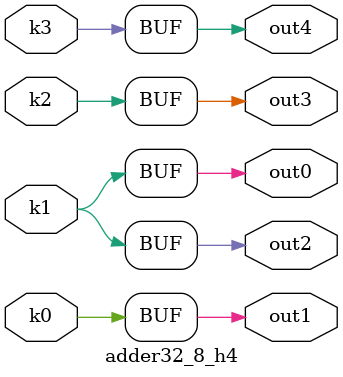
<source format=v>
module adder32_8(pi00, pi01, pi02, pi03, pi04, pi05, pi06, pi07, pi08, pi09, po0, po1, po2, po3, po4);
input pi00, pi01, pi02, pi03, pi04, pi05, pi06, pi07, pi08, pi09;
output po0, po1, po2, po3, po4;
wire k0, k1, k2, k3;
adder32_8_w4 DUT1 (pi00, pi01, pi02, pi03, pi04, pi05, pi06, pi07, pi08, pi09, k0, k1, k2, k3);
adder32_8_h4 DUT2 (k0, k1, k2, k3, po0, po1, po2, po3, po4);
endmodule

module adder32_8_w4(in9, in8, in7, in6, in5, in4, in3, in2, in1, in0, k3, k2, k1, k0);
input in9, in8, in7, in6, in5, in4, in3, in2, in1, in0;
output k3, k2, k1, k0;
assign k0 =   ((in6 ^ in2) & (((in7 | in3) & (((in8 | in4) & (((in9 | in5) & (in0 | ~in1)) | (in9 & in5))) | (in8 & in4))) | (in7 & in3))) | ((~in7 | ~in3) & (((~in8 | ~in4) & ((~in9 & ~in5) | (~in0 & in1 & (~in9 | ~in5))) & (~in6 ^ in2)) | (~in8 & ~in4 & (~in6 ^ in2)))) | (~in7 & ~in3 & (~in6 ^ in2));
assign k1 =   ((~in7 ^ in3) & (((in8 | in4) & (((in9 | in5) & (in0 | ~in1)) | (in9 & in5))) | (in8 & in4))) | ((~in8 | ~in4) & ((~in9 & ~in5) | (~in0 & in1 & (~in9 | ~in5))) & (in7 ^ in3)) | (~in8 & ~in4 & (in7 ^ in3));
assign k2 =   ((in8 ^ in4) & (((in9 | in5) & (in0 | ~in1)) | (in9 & in5))) | (((~in9 & ~in5) | (~in0 & in1 & (~in9 | ~in5))) & (~in8 ^ in4));
assign k3 =   ((~in9 ^ in5) & (in0 | ~in1)) | (~in0 & in1 & (in9 ^ in5));
endmodule

module adder32_8_h4(k3, k2, k1, k0, out4, out3, out2, out1, out0);
input k3, k2, k1, k0;
output out4, out3, out2, out1, out0;
assign out0 = k1;
assign out1 = k0;
assign out2 = k1;
assign out3 = k2;
assign out4 = k3;
endmodule

</source>
